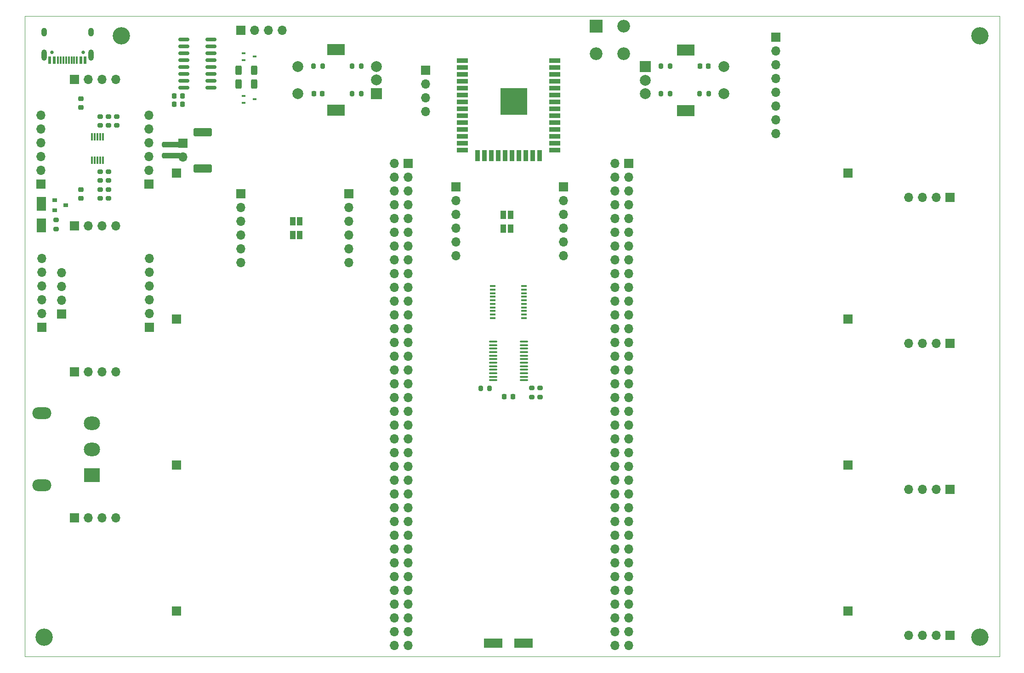
<source format=gbr>
G04 #@! TF.GenerationSoftware,KiCad,Pcbnew,(5.99.0-11749-g6427197962)*
G04 #@! TF.CreationDate,2021-09-04T15:49:30+10:00*
G04 #@! TF.ProjectId,Mainboard,4d61696e-626f-4617-9264-2e6b69636164,rev?*
G04 #@! TF.SameCoordinates,Original*
G04 #@! TF.FileFunction,Soldermask,Bot*
G04 #@! TF.FilePolarity,Negative*
%FSLAX46Y46*%
G04 Gerber Fmt 4.6, Leading zero omitted, Abs format (unit mm)*
G04 Created by KiCad (PCBNEW (5.99.0-11749-g6427197962)) date 2021-09-04 15:49:30*
%MOMM*%
%LPD*%
G01*
G04 APERTURE LIST*
G04 Aperture macros list*
%AMRoundRect*
0 Rectangle with rounded corners*
0 $1 Rounding radius*
0 $2 $3 $4 $5 $6 $7 $8 $9 X,Y pos of 4 corners*
0 Add a 4 corners polygon primitive as box body*
4,1,4,$2,$3,$4,$5,$6,$7,$8,$9,$2,$3,0*
0 Add four circle primitives for the rounded corners*
1,1,$1+$1,$2,$3*
1,1,$1+$1,$4,$5*
1,1,$1+$1,$6,$7*
1,1,$1+$1,$8,$9*
0 Add four rect primitives between the rounded corners*
20,1,$1+$1,$2,$3,$4,$5,0*
20,1,$1+$1,$4,$5,$6,$7,0*
20,1,$1+$1,$6,$7,$8,$9,0*
20,1,$1+$1,$8,$9,$2,$3,0*%
G04 Aperture macros list end*
G04 #@! TA.AperFunction,Profile*
%ADD10C,0.100000*%
G04 #@! TD*
%ADD11R,1.700000X1.700000*%
%ADD12O,1.700000X1.700000*%
%ADD13R,2.000000X2.000000*%
%ADD14C,2.000000*%
%ADD15R,3.200000X2.000000*%
%ADD16C,3.200000*%
%ADD17R,2.350000X2.350000*%
%ADD18C,2.350000*%
%ADD19R,2.000000X0.900000*%
%ADD20R,0.900000X2.000000*%
%ADD21R,5.000000X5.000000*%
%ADD22R,1.000000X1.500000*%
%ADD23RoundRect,0.200000X0.275000X-0.200000X0.275000X0.200000X-0.275000X0.200000X-0.275000X-0.200000X0*%
%ADD24RoundRect,0.200000X-0.275000X0.200000X-0.275000X-0.200000X0.275000X-0.200000X0.275000X0.200000X0*%
%ADD25RoundRect,0.150000X-0.825000X-0.150000X0.825000X-0.150000X0.825000X0.150000X-0.825000X0.150000X0*%
%ADD26R,3.400000X1.800000*%
%ADD27R,0.700000X0.450000*%
%ADD28RoundRect,0.225000X-0.250000X0.225000X-0.250000X-0.225000X0.250000X-0.225000X0.250000X0.225000X0*%
%ADD29R,1.800000X2.500000*%
%ADD30RoundRect,0.225000X-0.225000X-0.250000X0.225000X-0.250000X0.225000X0.250000X-0.225000X0.250000X0*%
%ADD31O,3.500000X2.200000*%
%ADD32R,3.000000X2.500000*%
%ADD33O,3.000000X2.500000*%
%ADD34RoundRect,0.225000X0.250000X-0.225000X0.250000X0.225000X-0.250000X0.225000X-0.250000X-0.225000X0*%
%ADD35RoundRect,0.200000X0.200000X0.275000X-0.200000X0.275000X-0.200000X-0.275000X0.200000X-0.275000X0*%
%ADD36RoundRect,0.225000X0.225000X0.250000X-0.225000X0.250000X-0.225000X-0.250000X0.225000X-0.250000X0*%
%ADD37RoundRect,0.200000X-0.200000X-0.275000X0.200000X-0.275000X0.200000X0.275000X-0.200000X0.275000X0*%
%ADD38RoundRect,0.250000X-1.500000X0.250000X-1.500000X-0.250000X1.500000X-0.250000X1.500000X0.250000X0*%
%ADD39RoundRect,0.250001X-1.449999X0.499999X-1.449999X-0.499999X1.449999X-0.499999X1.449999X0.499999X0*%
%ADD40RoundRect,0.250000X-0.312500X-0.625000X0.312500X-0.625000X0.312500X0.625000X-0.312500X0.625000X0*%
%ADD41R,1.000000X0.400000*%
%ADD42RoundRect,0.100000X-0.637500X-0.100000X0.637500X-0.100000X0.637500X0.100000X-0.637500X0.100000X0*%
%ADD43R,0.900000X0.800000*%
%ADD44R,0.300000X1.400000*%
%ADD45C,0.650000*%
%ADD46R,0.600000X1.450000*%
%ADD47R,0.300000X1.450000*%
%ADD48O,1.000000X1.600000*%
%ADD49O,1.000000X2.100000*%
G04 APERTURE END LIST*
D10*
X239839000Y-159703000D02*
X60261000Y-159703000D01*
X60261000Y-159703000D02*
X60261000Y-41593000D01*
X60261000Y-41593000D02*
X239839000Y-41593000D01*
X239839000Y-41593000D02*
X239839000Y-159703000D01*
D11*
G04 #@! TO.C,J30*
X230685000Y-101947000D03*
D12*
X228145000Y-101947000D03*
X225605000Y-101947000D03*
X223065000Y-101947000D03*
G04 #@! TD*
D13*
G04 #@! TO.C,SW4*
X125102000Y-55840000D03*
D14*
X125102000Y-50840000D03*
X125102000Y-53340000D03*
D15*
X117602000Y-58940000D03*
X117602000Y-47740000D03*
D14*
X110602000Y-50840000D03*
X110602000Y-55840000D03*
G04 #@! TD*
D11*
G04 #@! TO.C,J3*
X100076000Y-44171000D03*
D12*
X102616000Y-44171000D03*
X105156000Y-44171000D03*
X107696000Y-44171000D03*
G04 #@! TD*
D11*
G04 #@! TO.C,J23*
X211899000Y-97473000D03*
G04 #@! TD*
G04 #@! TO.C,J27*
X69469000Y-134112000D03*
D12*
X72009000Y-134112000D03*
X74549000Y-134112000D03*
X77089000Y-134112000D03*
G04 #@! TD*
D16*
G04 #@! TO.C,H4*
X236238580Y-156095299D03*
G04 #@! TD*
G04 #@! TO.C,H1*
X78083422Y-45212000D03*
G04 #@! TD*
D11*
G04 #@! TO.C,J32*
X211899000Y-124397000D03*
G04 #@! TD*
G04 #@! TO.C,J25*
X69469000Y-80264000D03*
D12*
X72009000Y-80264000D03*
X74549000Y-80264000D03*
X77089000Y-80264000D03*
G04 #@! TD*
D11*
G04 #@! TO.C,J26*
X69469000Y-107188000D03*
D12*
X72009000Y-107188000D03*
X74549000Y-107188000D03*
X77089000Y-107188000D03*
G04 #@! TD*
D17*
G04 #@! TO.C,D4*
X165544000Y-43434000D03*
D18*
X165544000Y-48514000D03*
X170624000Y-48514000D03*
X170624000Y-43434000D03*
G04 #@! TD*
D11*
G04 #@! TO.C,J7*
X130873000Y-68771000D03*
D12*
X128333000Y-68771000D03*
X130873000Y-71311000D03*
X128333000Y-71311000D03*
X130873000Y-73851000D03*
X128333000Y-73851000D03*
X130873000Y-76391000D03*
X128333000Y-76391000D03*
X130873000Y-78931000D03*
X128333000Y-78931000D03*
X130873000Y-81471000D03*
X128333000Y-81471000D03*
X130873000Y-84011000D03*
X128333000Y-84011000D03*
X130873000Y-86551000D03*
X128333000Y-86551000D03*
X130873000Y-89091000D03*
X128333000Y-89091000D03*
X130873000Y-91631000D03*
X128333000Y-91631000D03*
X130873000Y-94171000D03*
X128333000Y-94171000D03*
X130873000Y-96711000D03*
X128333000Y-96711000D03*
X130873000Y-99251000D03*
X128333000Y-99251000D03*
X130873000Y-101791000D03*
X128333000Y-101791000D03*
X130873000Y-104331000D03*
X128333000Y-104331000D03*
X130873000Y-106871000D03*
X128333000Y-106871000D03*
X130873000Y-109411000D03*
X128333000Y-109411000D03*
X130873000Y-111951000D03*
X128333000Y-111951000D03*
X130873000Y-114491000D03*
X128333000Y-114491000D03*
X130873000Y-117031000D03*
X128333000Y-117031000D03*
X130873000Y-119571000D03*
X128333000Y-119571000D03*
X130873000Y-122111000D03*
X128333000Y-122111000D03*
X130873000Y-124651000D03*
X128333000Y-124651000D03*
X130873000Y-127191000D03*
X128333000Y-127191000D03*
X130873000Y-129731000D03*
X128333000Y-129731000D03*
X130873000Y-132271000D03*
X128333000Y-132271000D03*
X130873000Y-134811000D03*
X128333000Y-134811000D03*
X130873000Y-137351000D03*
X128333000Y-137351000D03*
X130873000Y-139891000D03*
X128333000Y-139891000D03*
X130873000Y-142431000D03*
X128333000Y-142431000D03*
X130873000Y-144971000D03*
X128333000Y-144971000D03*
X130873000Y-147511000D03*
X128333000Y-147511000D03*
X130873000Y-150051000D03*
X128333000Y-150051000D03*
X130873000Y-152591000D03*
X128333000Y-152591000D03*
X130873000Y-155131000D03*
X128333000Y-155131000D03*
X130873000Y-157671000D03*
X128333000Y-157671000D03*
G04 #@! TD*
D16*
G04 #@! TO.C,H2*
X236220000Y-45212000D03*
G04 #@! TD*
D11*
G04 #@! TO.C,J36*
X88201000Y-124397000D03*
G04 #@! TD*
D13*
G04 #@! TO.C,SW3*
X174552511Y-50901489D03*
D14*
X174552511Y-55901489D03*
X174552511Y-53401489D03*
D15*
X182052511Y-47801489D03*
X182052511Y-59001489D03*
D14*
X189052511Y-55901489D03*
X189052511Y-50901489D03*
G04 #@! TD*
D11*
G04 #@! TO.C,J35*
X88201000Y-97473000D03*
G04 #@! TD*
G04 #@! TO.C,J29*
X230685000Y-128871000D03*
D12*
X228145000Y-128871000D03*
X225605000Y-128871000D03*
X223065000Y-128871000D03*
G04 #@! TD*
D11*
G04 #@! TO.C,J33*
X211899000Y-151321000D03*
G04 #@! TD*
G04 #@! TO.C,J37*
X88201000Y-151321000D03*
G04 #@! TD*
G04 #@! TO.C,J34*
X88201000Y-70549000D03*
G04 #@! TD*
G04 #@! TO.C,J8*
X171513000Y-68771000D03*
D12*
X168973000Y-68771000D03*
X171513000Y-71311000D03*
X168973000Y-71311000D03*
X171513000Y-73851000D03*
X168973000Y-73851000D03*
X171513000Y-76391000D03*
X168973000Y-76391000D03*
X171513000Y-78931000D03*
X168973000Y-78931000D03*
X171513000Y-81471000D03*
X168973000Y-81471000D03*
X171513000Y-84011000D03*
X168973000Y-84011000D03*
X171513000Y-86551000D03*
X168973000Y-86551000D03*
X171513000Y-89091000D03*
X168973000Y-89091000D03*
X171513000Y-91631000D03*
X168973000Y-91631000D03*
X171513000Y-94171000D03*
X168973000Y-94171000D03*
X171513000Y-96711000D03*
X168973000Y-96711000D03*
X171513000Y-99251000D03*
X168973000Y-99251000D03*
X171513000Y-101791000D03*
X168973000Y-101791000D03*
X171513000Y-104331000D03*
X168973000Y-104331000D03*
X171513000Y-106871000D03*
X168973000Y-106871000D03*
X171513000Y-109411000D03*
X168973000Y-109411000D03*
X171513000Y-111951000D03*
X168973000Y-111951000D03*
X171513000Y-114491000D03*
X168973000Y-114491000D03*
X171513000Y-117031000D03*
X168973000Y-117031000D03*
X171513000Y-119571000D03*
X168973000Y-119571000D03*
X171513000Y-122111000D03*
X168973000Y-122111000D03*
X171513000Y-124651000D03*
X168973000Y-124651000D03*
X171513000Y-127191000D03*
X168973000Y-127191000D03*
X171513000Y-129731000D03*
X168973000Y-129731000D03*
X171513000Y-132271000D03*
X168973000Y-132271000D03*
X171513000Y-134811000D03*
X168973000Y-134811000D03*
X171513000Y-137351000D03*
X168973000Y-137351000D03*
X171513000Y-139891000D03*
X168973000Y-139891000D03*
X171513000Y-142431000D03*
X168973000Y-142431000D03*
X171513000Y-144971000D03*
X168973000Y-144971000D03*
X171513000Y-147511000D03*
X168973000Y-147511000D03*
X171513000Y-150051000D03*
X168973000Y-150051000D03*
X171513000Y-152591000D03*
X168973000Y-152591000D03*
X171513000Y-155131000D03*
X168973000Y-155131000D03*
X171513000Y-157671000D03*
X168973000Y-157671000D03*
G04 #@! TD*
D16*
G04 #@! TO.C,H3*
X63864320Y-156096379D03*
G04 #@! TD*
D11*
G04 #@! TO.C,J31*
X230685000Y-75023000D03*
D12*
X228145000Y-75023000D03*
X225605000Y-75023000D03*
X223065000Y-75023000D03*
G04 #@! TD*
D11*
G04 #@! TO.C,J28*
X230685000Y-155795000D03*
D12*
X228145000Y-155795000D03*
X225605000Y-155795000D03*
X223065000Y-155795000D03*
G04 #@! TD*
D11*
G04 #@! TO.C,J16*
X134159643Y-51562000D03*
D12*
X134159643Y-54102000D03*
X134159643Y-56642000D03*
X134159643Y-59182000D03*
G04 #@! TD*
D11*
G04 #@! TO.C,J20*
X211899000Y-70549000D03*
G04 #@! TD*
G04 #@! TO.C,J24*
X69469000Y-53252000D03*
D12*
X72009000Y-53252000D03*
X74549000Y-53252000D03*
X77089000Y-53252000D03*
G04 #@! TD*
D19*
G04 #@! TO.C,U1*
X157915000Y-49764000D03*
X157915000Y-51034000D03*
X157915000Y-52304000D03*
X157915000Y-53574000D03*
X157915000Y-54844000D03*
X157915000Y-56114000D03*
X157915000Y-57384000D03*
X157915000Y-58654000D03*
X157915000Y-59924000D03*
X157915000Y-61194000D03*
X157915000Y-62464000D03*
X157915000Y-63734000D03*
X157915000Y-65004000D03*
X157915000Y-66274000D03*
D20*
X155130000Y-67274000D03*
X153860000Y-67274000D03*
X152590000Y-67274000D03*
X151320000Y-67274000D03*
X150050000Y-67274000D03*
X148780000Y-67274000D03*
X147510000Y-67274000D03*
X146240000Y-67274000D03*
X144970000Y-67274000D03*
X143700000Y-67274000D03*
D19*
X140915000Y-66274000D03*
X140915000Y-65004000D03*
X140915000Y-63734000D03*
X140915000Y-62464000D03*
X140915000Y-61194000D03*
X140915000Y-59924000D03*
X140915000Y-58654000D03*
X140915000Y-57384000D03*
X140915000Y-56114000D03*
X140915000Y-54844000D03*
X140915000Y-53574000D03*
X140915000Y-52304000D03*
X140915000Y-51034000D03*
X140915000Y-49764000D03*
D21*
X150415000Y-57264000D03*
G04 #@! TD*
D22*
G04 #@! TO.C,JP4*
X148448000Y-80772000D03*
X149748000Y-80772000D03*
G04 #@! TD*
D23*
G04 #@! TO.C,R26*
X74168000Y-75184000D03*
X74168000Y-73534000D03*
G04 #@! TD*
D24*
G04 #@! TO.C,R23*
X75692000Y-70232000D03*
X75692000Y-71882000D03*
G04 #@! TD*
D25*
G04 #@! TO.C,U3*
X89614250Y-54752000D03*
X89614250Y-53482000D03*
X89614250Y-52212000D03*
X89614250Y-50942000D03*
X89614250Y-49672000D03*
X89614250Y-48402000D03*
X89614250Y-47132000D03*
X89614250Y-45862000D03*
X94564250Y-45862000D03*
X94564250Y-47132000D03*
X94564250Y-48402000D03*
X94564250Y-49672000D03*
X94564250Y-50942000D03*
X94564250Y-52212000D03*
X94564250Y-53482000D03*
X94564250Y-54752000D03*
G04 #@! TD*
D11*
G04 #@! TO.C,J12*
X83121000Y-72581000D03*
D12*
X83121000Y-70041000D03*
X83121000Y-67501000D03*
X83121000Y-64961000D03*
X83121000Y-62421000D03*
X83121000Y-59881000D03*
G04 #@! TD*
D26*
G04 #@! TO.C,TP2*
X146558000Y-157226000D03*
G04 #@! TD*
D27*
G04 #@! TO.C,Q2*
X100600000Y-57546000D03*
X100600000Y-56246000D03*
X102600000Y-56896000D03*
G04 #@! TD*
D28*
G04 #@! TO.C,C9*
X70612000Y-56820000D03*
X70612000Y-58370000D03*
G04 #@! TD*
D11*
G04 #@! TO.C,J2*
X67081000Y-96510000D03*
D12*
X67081000Y-93970000D03*
X67081000Y-91430000D03*
X67081000Y-88890000D03*
G04 #@! TD*
D22*
G04 #@! TO.C,JP2*
X109649000Y-81979000D03*
X110949000Y-81979000D03*
G04 #@! TD*
D29*
G04 #@! TO.C,D2*
X63309000Y-80169000D03*
X63309000Y-76169000D03*
G04 #@! TD*
D30*
G04 #@! TO.C,C5*
X87823250Y-56276000D03*
X89373250Y-56276000D03*
G04 #@! TD*
D31*
G04 #@! TO.C,SW2*
X63444000Y-114762000D03*
X63444000Y-128062000D03*
D32*
X72644000Y-126244000D03*
D33*
X72644000Y-121444000D03*
X72644000Y-116644000D03*
G04 #@! TD*
D24*
G04 #@! TO.C,R5*
X66040000Y-79185000D03*
X66040000Y-80835000D03*
G04 #@! TD*
D34*
G04 #@! TO.C,C10*
X70612000Y-75134000D03*
X70612000Y-73584000D03*
G04 #@! TD*
D11*
G04 #@! TO.C,J45*
X159512000Y-73050000D03*
D12*
X159512000Y-75590000D03*
X159512000Y-78130000D03*
X159512000Y-80670000D03*
X159512000Y-83210000D03*
X159512000Y-85750000D03*
G04 #@! TD*
D11*
G04 #@! TO.C,J10*
X63284000Y-72581000D03*
D12*
X63284000Y-70041000D03*
X63284000Y-67501000D03*
X63284000Y-64961000D03*
X63284000Y-62421000D03*
X63284000Y-59881000D03*
G04 #@! TD*
D27*
G04 #@! TO.C,Q3*
X100600000Y-49672000D03*
X100600000Y-48372000D03*
X102600000Y-49022000D03*
G04 #@! TD*
D35*
G04 #@! TO.C,R17*
X122233000Y-55880000D03*
X120583000Y-55880000D03*
G04 #@! TD*
D24*
G04 #@! TO.C,R20*
X74168000Y-60072000D03*
X74168000Y-61722000D03*
G04 #@! TD*
D11*
G04 #@! TO.C,J44*
X139700000Y-73050000D03*
D12*
X139700000Y-75590000D03*
X139700000Y-78130000D03*
X139700000Y-80670000D03*
X139700000Y-83210000D03*
X139700000Y-85750000D03*
G04 #@! TD*
D36*
G04 #@! TO.C,C8*
X115071000Y-55880000D03*
X113521000Y-55880000D03*
G04 #@! TD*
D30*
G04 #@! TO.C,C6*
X87810250Y-57800000D03*
X89360250Y-57800000D03*
G04 #@! TD*
D37*
G04 #@! TO.C,R16*
X177483000Y-50800000D03*
X179133000Y-50800000D03*
G04 #@! TD*
D38*
G04 #@! TO.C,J11*
X87320000Y-65294000D03*
X87320000Y-67294000D03*
D39*
X93070000Y-62944000D03*
X93070000Y-69644000D03*
G04 #@! TD*
D40*
G04 #@! TO.C,R7*
X99629500Y-51562000D03*
X102554500Y-51562000D03*
G04 #@! TD*
D11*
G04 #@! TO.C,J5*
X100114000Y-74359000D03*
D12*
X100114000Y-76899000D03*
X100114000Y-79439000D03*
X100114000Y-81979000D03*
X100114000Y-84519000D03*
X100114000Y-87059000D03*
G04 #@! TD*
D23*
G04 #@! TO.C,R24*
X75692000Y-75184000D03*
X75692000Y-73534000D03*
G04 #@! TD*
D41*
G04 #@! TO.C,U4*
X146452000Y-97222000D03*
X146452000Y-96572000D03*
X146452000Y-95922000D03*
X146452000Y-95272000D03*
X146452000Y-94622000D03*
X146452000Y-93972000D03*
X146452000Y-93322000D03*
X146452000Y-92672000D03*
X146452000Y-92022000D03*
X146452000Y-91372000D03*
X152252000Y-91372000D03*
X152252000Y-92022000D03*
X152252000Y-92672000D03*
X152252000Y-93322000D03*
X152252000Y-93972000D03*
X152252000Y-94622000D03*
X152252000Y-95272000D03*
X152252000Y-95922000D03*
X152252000Y-96572000D03*
X152252000Y-97222000D03*
G04 #@! TD*
D42*
G04 #@! TO.C,U2*
X146552500Y-108731000D03*
X146552500Y-108081000D03*
X146552500Y-107431000D03*
X146552500Y-106781000D03*
X146552500Y-106131000D03*
X146552500Y-105481000D03*
X146552500Y-104831000D03*
X146552500Y-104181000D03*
X146552500Y-103531000D03*
X146552500Y-102881000D03*
X146552500Y-102231000D03*
X146552500Y-101581000D03*
X152277500Y-101581000D03*
X152277500Y-102231000D03*
X152277500Y-102881000D03*
X152277500Y-103531000D03*
X152277500Y-104181000D03*
X152277500Y-104831000D03*
X152277500Y-105481000D03*
X152277500Y-106131000D03*
X152277500Y-106781000D03*
X152277500Y-107431000D03*
X152277500Y-108081000D03*
X152277500Y-108731000D03*
G04 #@! TD*
D22*
G04 #@! TO.C,JP1*
X109649000Y-79439000D03*
X110949000Y-79439000D03*
G04 #@! TD*
G04 #@! TO.C,JP3*
X148448000Y-78232000D03*
X149748000Y-78232000D03*
G04 #@! TD*
D37*
G04 #@! TO.C,R15*
X144272000Y-110236000D03*
X145922000Y-110236000D03*
G04 #@! TD*
D11*
G04 #@! TO.C,J13*
X63384000Y-98972000D03*
D12*
X63384000Y-96432000D03*
X63384000Y-93892000D03*
X63384000Y-91352000D03*
X63384000Y-88812000D03*
X63384000Y-86272000D03*
G04 #@! TD*
D37*
G04 #@! TO.C,R19*
X113471000Y-50800000D03*
X115121000Y-50800000D03*
G04 #@! TD*
D24*
G04 #@! TO.C,R22*
X77216000Y-60072000D03*
X77216000Y-61722000D03*
G04 #@! TD*
D30*
G04 #@! TO.C,C7*
X184645000Y-50800000D03*
X186195000Y-50800000D03*
G04 #@! TD*
D35*
G04 #@! TO.C,R18*
X186245000Y-55880000D03*
X184595000Y-55880000D03*
G04 #@! TD*
D24*
G04 #@! TO.C,R21*
X75692000Y-60072000D03*
X75692000Y-61722000D03*
G04 #@! TD*
D43*
G04 #@! TO.C,Q1*
X65802000Y-77404000D03*
X65802000Y-75504000D03*
X67802000Y-76454000D03*
G04 #@! TD*
D37*
G04 #@! TO.C,R11*
X177483000Y-55880000D03*
X179133000Y-55880000D03*
G04 #@! TD*
D26*
G04 #@! TO.C,TP1*
X152146000Y-157226000D03*
G04 #@! TD*
D44*
G04 #@! TO.C,U5*
X72660000Y-63777000D03*
X73160000Y-63777000D03*
X73660000Y-63777000D03*
X74160000Y-63777000D03*
X74660000Y-63777000D03*
X74660000Y-68177000D03*
X74160000Y-68177000D03*
X73660000Y-68177000D03*
X73160000Y-68177000D03*
X72660000Y-68177000D03*
G04 #@! TD*
D11*
G04 #@! TO.C,J4*
X198603000Y-45481000D03*
D12*
X198603000Y-48021000D03*
X198603000Y-50561000D03*
X198603000Y-53101000D03*
X198603000Y-55641000D03*
X198603000Y-58181000D03*
X198603000Y-60721000D03*
X198603000Y-63261000D03*
G04 #@! TD*
D11*
G04 #@! TO.C,J6*
X119951000Y-74359000D03*
D12*
X119951000Y-76899000D03*
X119951000Y-79439000D03*
X119951000Y-81979000D03*
X119951000Y-84519000D03*
X119951000Y-87059000D03*
G04 #@! TD*
D40*
G04 #@! TO.C,R6*
X99629500Y-54102000D03*
X102554500Y-54102000D03*
G04 #@! TD*
D36*
G04 #@! TO.C,C4*
X150190000Y-111760000D03*
X148640000Y-111760000D03*
G04 #@! TD*
D45*
G04 #@! TO.C,J1*
X71025000Y-48205000D03*
X65245000Y-48205000D03*
D46*
X64885000Y-49650000D03*
X65685000Y-49650000D03*
D47*
X66885000Y-49650000D03*
X67885000Y-49650000D03*
X68385000Y-49650000D03*
X69385000Y-49650000D03*
D46*
X70585000Y-49650000D03*
X71385000Y-49650000D03*
X71385000Y-49650000D03*
X70585000Y-49650000D03*
D47*
X69885000Y-49650000D03*
X68885000Y-49650000D03*
X67385000Y-49650000D03*
X66385000Y-49650000D03*
D46*
X65685000Y-49650000D03*
X64885000Y-49650000D03*
D48*
X72455000Y-44555000D03*
X63815000Y-44555000D03*
D49*
X72455000Y-48735000D03*
X63815000Y-48735000D03*
G04 #@! TD*
D24*
G04 #@! TO.C,R25*
X74168000Y-70232000D03*
X74168000Y-71882000D03*
G04 #@! TD*
G04 #@! TO.C,R12*
X155194000Y-110173000D03*
X155194000Y-111823000D03*
G04 #@! TD*
D11*
G04 #@! TO.C,J14*
X83221000Y-98972000D03*
D12*
X83221000Y-96432000D03*
X83221000Y-93892000D03*
X83221000Y-91352000D03*
X83221000Y-88812000D03*
X83221000Y-86272000D03*
G04 #@! TD*
D11*
G04 #@! TO.C,J9*
X89383000Y-65044000D03*
D12*
X89383000Y-67584000D03*
G04 #@! TD*
D35*
G04 #@! TO.C,R13*
X122233000Y-50800000D03*
X120583000Y-50800000D03*
G04 #@! TD*
D24*
G04 #@! TO.C,R14*
X153670000Y-110173000D03*
X153670000Y-111823000D03*
G04 #@! TD*
M02*

</source>
